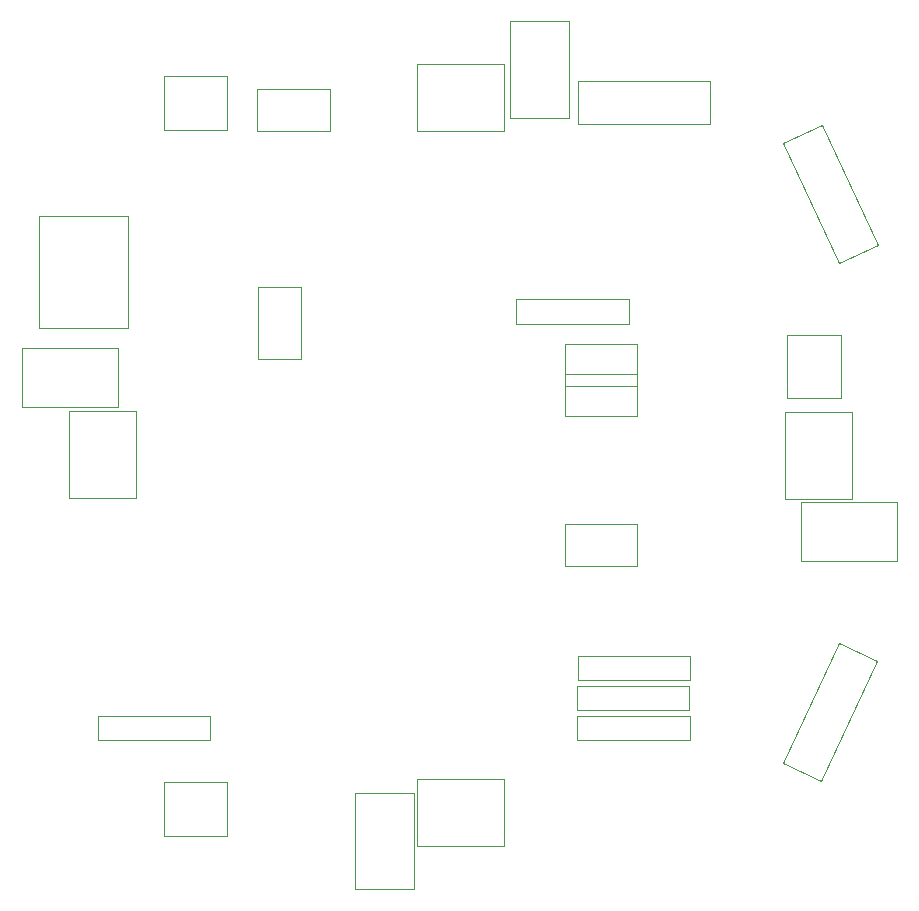
<source format=gbr>
G04 #@! TF.GenerationSoftware,KiCad,Pcbnew,7.0.5-7.0.5~ubuntu20.04.1*
G04 #@! TF.CreationDate,2023-09-13T16:29:24+01:00*
G04 #@! TF.ProjectId,Swarm-B_20230626,53776172-6d2d-4425-9f32-303233303632,rev?*
G04 #@! TF.SameCoordinates,Original*
G04 #@! TF.FileFunction,Other,User*
%FSLAX46Y46*%
G04 Gerber Fmt 4.6, Leading zero omitted, Abs format (unit mm)*
G04 Created by KiCad (PCBNEW 7.0.5-7.0.5~ubuntu20.04.1) date 2023-09-13 16:29:24*
%MOMM*%
%LPD*%
G01*
G04 APERTURE LIST*
%ADD10C,0.050000*%
G04 APERTURE END LIST*
D10*
X109954000Y-122828000D02*
X109954000Y-130978000D01*
X109954000Y-130978000D02*
X114954000Y-130978000D01*
X114954000Y-122828000D02*
X109954000Y-122828000D01*
X114954000Y-130978000D02*
X114954000Y-122828000D01*
X128084000Y-65678000D02*
X128084000Y-57528000D01*
X128084000Y-57528000D02*
X123084000Y-57528000D01*
X123084000Y-65678000D02*
X128084000Y-65678000D01*
X123084000Y-57528000D02*
X123084000Y-65678000D01*
X89964000Y-85148000D02*
X81814000Y-85148000D01*
X81814000Y-85148000D02*
X81814000Y-90148000D01*
X89964000Y-90148000D02*
X89964000Y-85148000D01*
X81814000Y-90148000D02*
X89964000Y-90148000D01*
X147754000Y-103238000D02*
X155904000Y-103238000D01*
X155904000Y-103238000D02*
X155904000Y-98238000D01*
X147754000Y-98238000D02*
X147754000Y-103238000D01*
X155904000Y-98238000D02*
X147754000Y-98238000D01*
X91444000Y-90508000D02*
X85814000Y-90508000D01*
X91444000Y-90508000D02*
X91444000Y-97888000D01*
X85814000Y-97888000D02*
X85814000Y-90508000D01*
X85814000Y-97888000D02*
X91444000Y-97888000D01*
X105394000Y-86128000D02*
X105394000Y-79978000D01*
X105394000Y-79978000D02*
X101794000Y-79978000D01*
X101794000Y-86128000D02*
X105394000Y-86128000D01*
X101794000Y-79978000D02*
X101794000Y-86128000D01*
X151164000Y-84068000D02*
X146564000Y-84068000D01*
X151164000Y-84068000D02*
X151164000Y-89428000D01*
X146564000Y-89428000D02*
X146564000Y-84068000D01*
X146564000Y-89428000D02*
X151164000Y-89428000D01*
X123589000Y-81060000D02*
X123589000Y-83160000D01*
X123589000Y-83160000D02*
X133219000Y-83160000D01*
X133219000Y-81060000D02*
X123589000Y-81060000D01*
X133219000Y-83160000D02*
X133219000Y-81060000D01*
X127740000Y-103654000D02*
X133890000Y-103654000D01*
X133890000Y-103654000D02*
X133890000Y-100054000D01*
X127740000Y-100054000D02*
X127740000Y-103654000D01*
X133890000Y-100054000D02*
X127740000Y-100054000D01*
X133880000Y-84814000D02*
X127730000Y-84814000D01*
X127730000Y-84814000D02*
X127730000Y-88414000D01*
X133880000Y-88414000D02*
X133880000Y-84814000D01*
X127730000Y-88414000D02*
X133880000Y-88414000D01*
X133880000Y-87354000D02*
X127730000Y-87354000D01*
X127730000Y-87354000D02*
X127730000Y-90954000D01*
X133880000Y-90954000D02*
X133880000Y-87354000D01*
X127730000Y-90954000D02*
X133880000Y-90954000D01*
X97724000Y-118398000D02*
X97724000Y-116298000D01*
X97724000Y-116298000D02*
X88204000Y-116298000D01*
X88204000Y-118398000D02*
X97724000Y-118398000D01*
X88204000Y-116298000D02*
X88204000Y-118398000D01*
X138334000Y-118398000D02*
X138334000Y-116298000D01*
X138334000Y-116298000D02*
X128814000Y-116298000D01*
X128814000Y-118398000D02*
X138334000Y-118398000D01*
X128814000Y-116298000D02*
X128814000Y-118398000D01*
X101692000Y-66824000D02*
X107842000Y-66824000D01*
X107842000Y-66824000D02*
X107842000Y-63224000D01*
X101692000Y-63224000D02*
X101692000Y-66824000D01*
X107842000Y-63224000D02*
X101692000Y-63224000D01*
X83254000Y-83458000D02*
X83254000Y-83208000D01*
X83504000Y-83458000D02*
X83254000Y-83458000D01*
X90504000Y-83458000D02*
X83504000Y-83458000D01*
X90504000Y-83458000D02*
X90754000Y-83458000D01*
X90754000Y-83458000D02*
X90754000Y-83208000D01*
X83254000Y-83208000D02*
X83254000Y-74208000D01*
X83254000Y-74208000D02*
X83254000Y-73958000D01*
X90754000Y-74208000D02*
X90754000Y-83208000D01*
X90754000Y-74208000D02*
X90754000Y-73958000D01*
X83254000Y-73958000D02*
X83504000Y-73958000D01*
X83504000Y-73958000D02*
X90504000Y-73958000D01*
X90754000Y-73958000D02*
X90504000Y-73958000D01*
X93799000Y-62148000D02*
X93799000Y-66748000D01*
X93799000Y-62148000D02*
X99159000Y-62148000D01*
X99159000Y-66748000D02*
X93799000Y-66748000D01*
X99159000Y-66748000D02*
X99159000Y-62148000D01*
X128874000Y-66200000D02*
X140074000Y-66200000D01*
X140074000Y-66200000D02*
X140074000Y-62600000D01*
X128874000Y-62600000D02*
X128874000Y-66200000D01*
X140074000Y-62600000D02*
X128874000Y-62600000D01*
X138364000Y-113318000D02*
X138364000Y-111218000D01*
X138364000Y-111218000D02*
X128844000Y-111218000D01*
X128844000Y-113318000D02*
X138364000Y-113318000D01*
X128844000Y-111218000D02*
X128844000Y-113318000D01*
X99154000Y-126508000D02*
X99154000Y-121908000D01*
X99154000Y-126508000D02*
X93794000Y-126508000D01*
X93794000Y-121908000D02*
X99154000Y-121908000D01*
X93794000Y-121908000D02*
X93794000Y-126508000D01*
X138294000Y-115858000D02*
X138294000Y-113758000D01*
X138294000Y-113758000D02*
X128774000Y-113758000D01*
X128774000Y-115858000D02*
X138294000Y-115858000D01*
X128774000Y-113758000D02*
X128774000Y-115858000D01*
X146241582Y-67823294D02*
X150974907Y-77973941D01*
X150974907Y-77973941D02*
X154237615Y-76452515D01*
X149504290Y-66301868D02*
X146241582Y-67823294D01*
X154237615Y-76452515D02*
X149504290Y-66301868D01*
X115224000Y-121673000D02*
X115224000Y-127303000D01*
X115224000Y-121673000D02*
X122604000Y-121673000D01*
X122604000Y-127303000D02*
X115224000Y-127303000D01*
X122604000Y-127303000D02*
X122604000Y-121673000D01*
X150933359Y-110157933D02*
X146200034Y-120308580D01*
X146200034Y-120308580D02*
X149462742Y-121830006D01*
X154196067Y-111679359D02*
X150933359Y-110157933D01*
X149462742Y-121830006D02*
X154196067Y-111679359D01*
X122644000Y-66773000D02*
X122644000Y-61143000D01*
X122644000Y-66773000D02*
X115264000Y-66773000D01*
X115264000Y-61143000D02*
X122644000Y-61143000D01*
X115264000Y-61143000D02*
X115264000Y-66773000D01*
X146414000Y-97938000D02*
X152044000Y-97938000D01*
X146414000Y-97938000D02*
X146414000Y-90558000D01*
X152044000Y-90558000D02*
X152044000Y-97938000D01*
X152044000Y-90558000D02*
X146414000Y-90558000D01*
M02*

</source>
